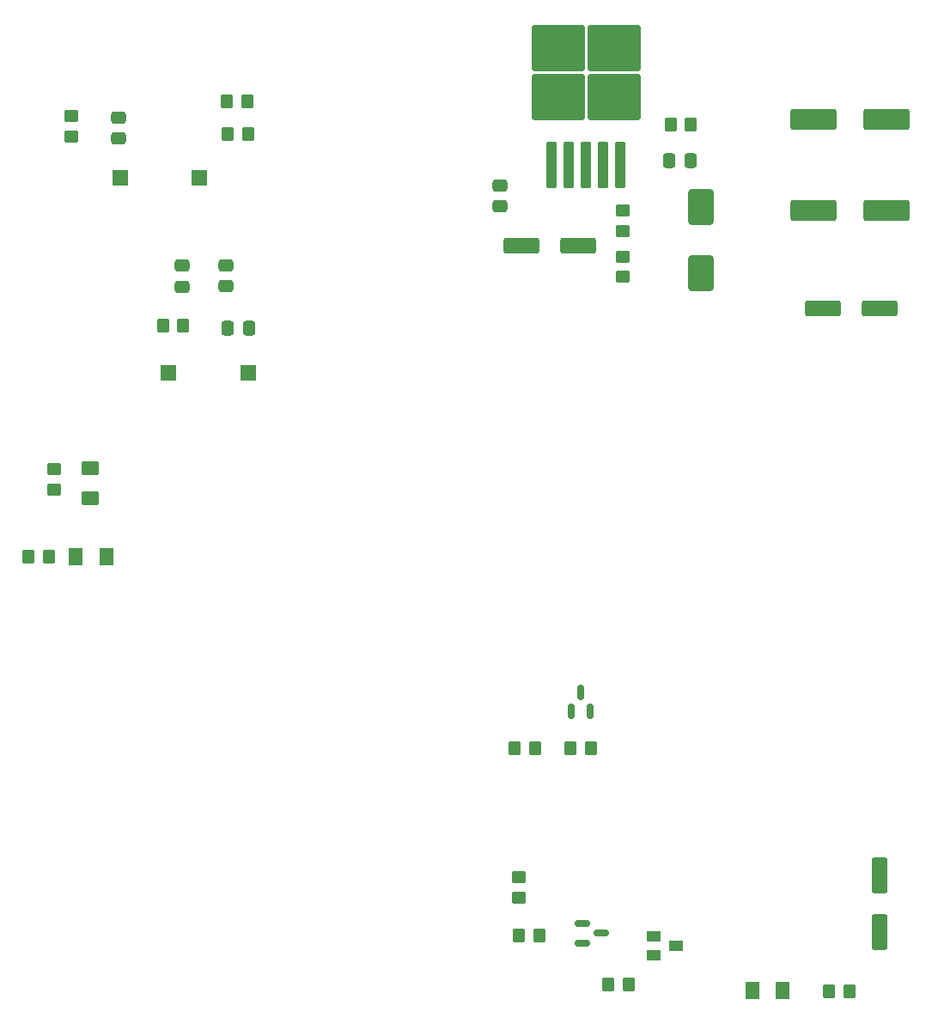
<source format=gbr>
%TF.GenerationSoftware,KiCad,Pcbnew,7.0.9*%
%TF.CreationDate,2023-11-16T02:53:52-05:00*%
%TF.ProjectId,SmartbikeALL,536d6172-7462-4696-9b65-414c4c2e6b69,rev?*%
%TF.SameCoordinates,Original*%
%TF.FileFunction,Paste,Top*%
%TF.FilePolarity,Positive*%
%FSLAX46Y46*%
G04 Gerber Fmt 4.6, Leading zero omitted, Abs format (unit mm)*
G04 Created by KiCad (PCBNEW 7.0.9) date 2023-11-16 02:53:52*
%MOMM*%
%LPD*%
G01*
G04 APERTURE LIST*
G04 Aperture macros list*
%AMRoundRect*
0 Rectangle with rounded corners*
0 $1 Rounding radius*
0 $2 $3 $4 $5 $6 $7 $8 $9 X,Y pos of 4 corners*
0 Add a 4 corners polygon primitive as box body*
4,1,4,$2,$3,$4,$5,$6,$7,$8,$9,$2,$3,0*
0 Add four circle primitives for the rounded corners*
1,1,$1+$1,$2,$3*
1,1,$1+$1,$4,$5*
1,1,$1+$1,$6,$7*
1,1,$1+$1,$8,$9*
0 Add four rect primitives between the rounded corners*
20,1,$1+$1,$2,$3,$4,$5,0*
20,1,$1+$1,$4,$5,$6,$7,0*
20,1,$1+$1,$6,$7,$8,$9,0*
20,1,$1+$1,$8,$9,$2,$3,0*%
G04 Aperture macros list end*
%ADD10RoundRect,0.250000X-1.000000X1.500000X-1.000000X-1.500000X1.000000X-1.500000X1.000000X1.500000X0*%
%ADD11RoundRect,0.150000X-0.587500X-0.150000X0.587500X-0.150000X0.587500X0.150000X-0.587500X0.150000X0*%
%ADD12R,1.400000X1.000000*%
%ADD13RoundRect,0.250000X-0.450000X0.350000X-0.450000X-0.350000X0.450000X-0.350000X0.450000X0.350000X0*%
%ADD14RoundRect,0.250001X-1.999999X-0.799999X1.999999X-0.799999X1.999999X0.799999X-1.999999X0.799999X0*%
%ADD15RoundRect,0.250000X0.475000X-0.337500X0.475000X0.337500X-0.475000X0.337500X-0.475000X-0.337500X0*%
%ADD16RoundRect,0.250000X0.300000X-2.050000X0.300000X2.050000X-0.300000X2.050000X-0.300000X-2.050000X0*%
%ADD17RoundRect,0.250000X2.375000X-2.025000X2.375000X2.025000X-2.375000X2.025000X-2.375000X-2.025000X0*%
%ADD18RoundRect,0.250000X-1.500000X-0.550000X1.500000X-0.550000X1.500000X0.550000X-1.500000X0.550000X0*%
%ADD19RoundRect,0.250000X-0.350000X-0.450000X0.350000X-0.450000X0.350000X0.450000X-0.350000X0.450000X0*%
%ADD20R,1.500000X1.500000*%
%ADD21RoundRect,0.250000X0.350000X0.450000X-0.350000X0.450000X-0.350000X-0.450000X0.350000X-0.450000X0*%
%ADD22RoundRect,0.150000X0.150000X-0.587500X0.150000X0.587500X-0.150000X0.587500X-0.150000X-0.587500X0*%
%ADD23RoundRect,0.250001X-0.624999X0.462499X-0.624999X-0.462499X0.624999X-0.462499X0.624999X0.462499X0*%
%ADD24RoundRect,0.250001X0.462499X0.624999X-0.462499X0.624999X-0.462499X-0.624999X0.462499X-0.624999X0*%
%ADD25RoundRect,0.250000X0.337500X0.475000X-0.337500X0.475000X-0.337500X-0.475000X0.337500X-0.475000X0*%
%ADD26RoundRect,0.250001X-0.462499X-0.624999X0.462499X-0.624999X0.462499X0.624999X-0.462499X0.624999X0*%
%ADD27RoundRect,0.250000X0.550000X-1.500000X0.550000X1.500000X-0.550000X1.500000X-0.550000X-1.500000X0*%
%ADD28RoundRect,0.250000X-0.337500X-0.475000X0.337500X-0.475000X0.337500X0.475000X-0.337500X0.475000X0*%
G04 APERTURE END LIST*
D10*
%TO.C,C7*%
X192714200Y-43933100D03*
X192714200Y-50433100D03*
%TD*%
D11*
%TO.C,Q1*%
X181038000Y-114560000D03*
X181038000Y-116460000D03*
X182913000Y-115510000D03*
%TD*%
D12*
%TO.C,Q2*%
X188058000Y-115790000D03*
X188058000Y-117690000D03*
X190258000Y-116740000D03*
%TD*%
D13*
%TO.C,R1*%
X184992600Y-44262600D03*
X184992600Y-46262600D03*
%TD*%
D14*
%TO.C,C9*%
X203820800Y-44297400D03*
X211020800Y-44297400D03*
%TD*%
D15*
%TO.C,C1*%
X135328000Y-37167500D03*
X135328000Y-35092500D03*
%TD*%
D16*
%TO.C,U2*%
X177982200Y-39801600D03*
X179682200Y-39801600D03*
X181382200Y-39801600D03*
D17*
X178607200Y-33076600D03*
X184157200Y-33076600D03*
X178607200Y-28226600D03*
X184157200Y-28226600D03*
D16*
X183082200Y-39801600D03*
X184782200Y-39801600D03*
%TD*%
D18*
%TO.C,C12*%
X204722400Y-53924000D03*
X210322400Y-53924000D03*
%TD*%
D19*
%TO.C,R2*%
X174768000Y-115690000D03*
X176768000Y-115690000D03*
%TD*%
D20*
%TO.C,SW2*%
X140238000Y-60230000D03*
X148038000Y-60230000D03*
%TD*%
D19*
%TO.C,R1*%
X126398900Y-78370000D03*
X128398900Y-78370000D03*
%TD*%
D13*
%TO.C,R2*%
X185018000Y-48825200D03*
X185018000Y-50825200D03*
%TD*%
D21*
%TO.C,R5*%
X147958000Y-33480000D03*
X145958000Y-33480000D03*
%TD*%
D22*
%TO.C,Q5*%
X179918000Y-93657500D03*
X181818000Y-93657500D03*
X180868000Y-91782500D03*
%TD*%
D15*
%TO.C,C2*%
X141600000Y-51802300D03*
X141600000Y-49727300D03*
%TD*%
D19*
%TO.C,R4*%
X139678000Y-55590000D03*
X141678000Y-55590000D03*
%TD*%
%TO.C,R10*%
X179868000Y-97270000D03*
X181868000Y-97270000D03*
%TD*%
D20*
%TO.C,SW1*%
X143238000Y-41050000D03*
X135438000Y-41050000D03*
%TD*%
D21*
%TO.C,R8*%
X207318000Y-121220000D03*
X205318000Y-121220000D03*
%TD*%
D15*
%TO.C,C3*%
X172902200Y-43861700D03*
X172902200Y-41786700D03*
%TD*%
D14*
%TO.C,C4*%
X203795400Y-35331200D03*
X210995400Y-35331200D03*
%TD*%
D23*
%TO.C,D2*%
X132528000Y-69675000D03*
X132528000Y-72650000D03*
%TD*%
D24*
%TO.C,D1*%
X134068000Y-78370000D03*
X131093000Y-78370000D03*
%TD*%
D25*
%TO.C,C8*%
X191668900Y-39395200D03*
X189593900Y-39395200D03*
%TD*%
D21*
%TO.C,R10*%
X148068000Y-36750000D03*
X146068000Y-36750000D03*
%TD*%
D26*
%TO.C,D1*%
X197783000Y-121170000D03*
X200758000Y-121170000D03*
%TD*%
D13*
%TO.C,R3*%
X128978000Y-69756200D03*
X128978000Y-71756200D03*
%TD*%
D15*
%TO.C,C3*%
X145918000Y-51730000D03*
X145918000Y-49655000D03*
%TD*%
D19*
%TO.C,R9*%
X174318000Y-97270000D03*
X176318000Y-97270000D03*
%TD*%
D21*
%TO.C,R3*%
X191707600Y-35763000D03*
X189707600Y-35763000D03*
%TD*%
D27*
%TO.C,C2*%
X210268000Y-115420000D03*
X210268000Y-109820000D03*
%TD*%
D18*
%TO.C,C2*%
X174979000Y-47777200D03*
X180579000Y-47777200D03*
%TD*%
D13*
%TO.C,R2*%
X130618000Y-34970000D03*
X130618000Y-36970000D03*
%TD*%
D28*
%TO.C,C4*%
X146083000Y-55830000D03*
X148158000Y-55830000D03*
%TD*%
D21*
%TO.C,R3*%
X185588000Y-120580000D03*
X183588000Y-120580000D03*
%TD*%
D13*
%TO.C,R1*%
X174708000Y-110000000D03*
X174708000Y-112000000D03*
%TD*%
M02*

</source>
